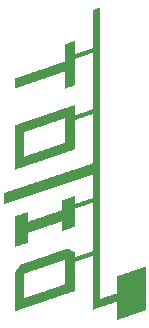
<source format=gbo>
G04*
G04 #@! TF.GenerationSoftware,Altium Limited,Altium Designer,25.4.2 (15)*
G04*
G04 Layer_Color=32896*
%FSLAX44Y44*%
%MOMM*%
G71*
G04*
G04 #@! TF.SameCoordinates,86A534FD-2627-434A-ABAE-2921FC8DE175*
G04*
G04*
G04 #@! TF.FilePolarity,Positive*
G04*
G01*
G75*
G36*
X320840Y555139D02*
Y554891D01*
X320593D01*
X320345D01*
X320098D01*
Y554644D01*
X319850D01*
X319602D01*
X319355D01*
Y554396D01*
X319107D01*
X318860D01*
X318612D01*
Y554149D01*
X318364D01*
X318117D01*
X317869D01*
Y553901D01*
X317622D01*
X317374D01*
X317126D01*
Y553653D01*
X316879D01*
X316631D01*
Y553406D01*
X316384D01*
X316136D01*
X315888D01*
Y553158D01*
X315641D01*
X315393D01*
X315146D01*
Y552911D01*
X314898D01*
X314650D01*
X314403D01*
Y552663D01*
X314155D01*
X313908D01*
X313660D01*
Y552416D01*
X313412D01*
X313165D01*
X312917D01*
Y552168D01*
X312670D01*
X312422D01*
X312175D01*
Y551920D01*
X311927D01*
X311679D01*
X311432D01*
Y551673D01*
X311184D01*
X310937D01*
X310689D01*
Y551425D01*
X310441D01*
X310194D01*
X309946D01*
Y551178D01*
X309699D01*
X309451D01*
Y550930D01*
X309203D01*
X308956D01*
X308708D01*
Y550682D01*
X308461D01*
X308213D01*
X307966D01*
Y550435D01*
X307718D01*
X307470D01*
X307223D01*
Y550187D01*
X306975D01*
X306728D01*
X306480D01*
Y549940D01*
X306232D01*
X305985D01*
X305737D01*
Y549692D01*
X305490D01*
X305242D01*
X304994D01*
Y549444D01*
X304747D01*
X304499D01*
X304252D01*
Y549197D01*
X304004D01*
X303756D01*
X303509D01*
Y548949D01*
X303261D01*
X303014D01*
X302766D01*
Y548702D01*
X302518D01*
X302271D01*
Y548454D01*
X302023D01*
X301776D01*
X301528D01*
Y548206D01*
X301280D01*
X301033D01*
X300785D01*
Y547959D01*
X300538D01*
X300290D01*
X300042D01*
Y547711D01*
X299795D01*
X299547D01*
X299300D01*
Y547464D01*
X299052D01*
X298805D01*
X298557D01*
Y547216D01*
X298309D01*
X298062D01*
X297814D01*
Y546968D01*
X297567D01*
X297319D01*
X297071D01*
Y546721D01*
X296824D01*
X296576D01*
Y532360D01*
X296329D01*
Y532113D01*
X296081D01*
X295833D01*
X295586D01*
Y531865D01*
X295338D01*
X295091D01*
X294843D01*
Y531618D01*
X294596D01*
X294348D01*
X294100D01*
Y531370D01*
X293853D01*
X293605D01*
X293358D01*
Y531123D01*
X293110D01*
X292862D01*
X292615D01*
Y530875D01*
X292367D01*
X292120D01*
X291872D01*
Y530627D01*
X291624D01*
X291377D01*
X291129D01*
Y530380D01*
X290882D01*
X290634D01*
X290386D01*
Y530132D01*
X290139D01*
X289891D01*
X289644D01*
Y529885D01*
X289396D01*
X289149D01*
X288901D01*
Y529637D01*
X288653D01*
X288406D01*
X288158D01*
Y529389D01*
X287910D01*
X287663D01*
X287415D01*
Y529142D01*
X287168D01*
X286920D01*
X286673D01*
Y528894D01*
X286425D01*
X286177D01*
X285930D01*
Y528647D01*
X285682D01*
X285435D01*
X285187D01*
Y528399D01*
X284939D01*
X284692D01*
X284444D01*
Y528152D01*
X284197D01*
X283949D01*
X283701D01*
Y527904D01*
X283454D01*
X283206D01*
X282959D01*
Y527656D01*
X282711D01*
X282463D01*
X282216D01*
Y774506D01*
X281968D01*
Y774258D01*
X281721D01*
X281473D01*
X281225D01*
Y774011D01*
X281473D01*
Y773763D01*
X281225D01*
Y774011D01*
X280978D01*
X280730D01*
Y773763D01*
X280483D01*
X280235D01*
X279988D01*
Y773515D01*
X279740D01*
X279492D01*
Y773268D01*
X279245D01*
X278997D01*
X278750D01*
Y773020D01*
X278502D01*
X278254D01*
Y772773D01*
X278007D01*
X277759D01*
X277512D01*
Y772525D01*
X277264D01*
X277016D01*
X276769D01*
Y772278D01*
X276521D01*
X276274D01*
Y739843D01*
X276026D01*
X275779D01*
X275531D01*
Y739595D01*
X275283D01*
X275036D01*
X274788D01*
Y739348D01*
X274541D01*
X274293D01*
Y739100D01*
X274045D01*
X273798D01*
X273550D01*
Y738853D01*
X273303D01*
X273055D01*
X272807D01*
Y738605D01*
X272560D01*
X272312D01*
X272065D01*
Y738357D01*
X271817D01*
X271569D01*
X271322D01*
Y738110D01*
X271074D01*
X270827D01*
X270579D01*
Y737862D01*
X270331D01*
X270084D01*
X269836D01*
Y737615D01*
X269589D01*
X269341D01*
X269093D01*
Y737367D01*
X268846D01*
X268598D01*
X268351D01*
Y737119D01*
X268103D01*
X267855D01*
X267608D01*
Y736872D01*
X267360D01*
X267113D01*
X266865D01*
Y736624D01*
X266618D01*
X266370D01*
X266122D01*
Y736377D01*
X265875D01*
X265627D01*
X265380D01*
Y736129D01*
X265132D01*
X264884D01*
X264637D01*
Y735882D01*
X264389D01*
X264142D01*
X263894D01*
Y735634D01*
X263647D01*
X263399D01*
X263151D01*
Y735386D01*
X262904D01*
X262656D01*
X262409D01*
Y735139D01*
X262161D01*
X261913D01*
X261666D01*
Y734891D01*
X261418D01*
X261171D01*
X260923D01*
Y734643D01*
X260675D01*
Y745785D01*
X260428D01*
X260180D01*
X259933D01*
Y745538D01*
X259685D01*
X259437D01*
X259190D01*
Y745290D01*
X258942D01*
X258695D01*
X258447D01*
Y745042D01*
X258199D01*
X257952D01*
X257704D01*
Y744795D01*
X257457D01*
X257209D01*
X256961D01*
Y744547D01*
X256714D01*
X256466D01*
Y744300D01*
X256219D01*
X255971D01*
X255723D01*
Y744052D01*
X255476D01*
X255228D01*
X254981D01*
Y743804D01*
X254733D01*
X254485D01*
X254238D01*
Y743557D01*
X253990D01*
X253743D01*
X253495D01*
Y743309D01*
X253248D01*
X253000D01*
X252752D01*
Y743062D01*
X252505D01*
Y728454D01*
X252257D01*
X252010D01*
X251762D01*
Y728206D01*
X251514D01*
X251267D01*
X251019D01*
Y727959D01*
X250772D01*
X250524D01*
X250277D01*
Y727711D01*
X250029D01*
X249781D01*
X249534D01*
Y727463D01*
X249286D01*
X249039D01*
X248791D01*
Y727216D01*
X248543D01*
X248296D01*
X248048D01*
Y726968D01*
X247801D01*
X247553D01*
Y726721D01*
X247305D01*
X247058D01*
X246810D01*
Y726473D01*
X246563D01*
X246315D01*
X246067D01*
Y726225D01*
X245820D01*
X245572D01*
X245325D01*
Y725978D01*
X245077D01*
X244829D01*
X244582D01*
Y725730D01*
X244334D01*
X244087D01*
X243839D01*
Y725483D01*
X243591D01*
X243344D01*
X243096D01*
Y725235D01*
X242849D01*
X242601D01*
X242353D01*
Y724987D01*
X242106D01*
X241858D01*
X241611D01*
Y724740D01*
X241363D01*
X241115D01*
X240868D01*
Y724492D01*
X240620D01*
X240373D01*
X240125D01*
Y724245D01*
X239878D01*
X239630D01*
X239382D01*
Y723997D01*
X239135D01*
X238887D01*
X238640D01*
Y723749D01*
X238392D01*
X238144D01*
X237897D01*
Y723502D01*
X237649D01*
X237402D01*
X237154D01*
Y723254D01*
X236907D01*
X236659D01*
X236411D01*
Y723007D01*
X236164D01*
X235916D01*
X235669D01*
Y722759D01*
X235421D01*
X235173D01*
Y722512D01*
X234926D01*
X234678D01*
X234431D01*
Y722264D01*
X234183D01*
X233935D01*
X233688D01*
Y722016D01*
X233440D01*
X233193D01*
X232945D01*
Y721769D01*
X232697D01*
X232450D01*
X232202D01*
Y721521D01*
X231955D01*
X231707D01*
X231459D01*
Y721273D01*
X231212D01*
X230964D01*
X230717D01*
Y721026D01*
X230469D01*
X230222D01*
X229974D01*
Y720778D01*
X229726D01*
X229479D01*
X229231D01*
Y720531D01*
X228983D01*
X228736D01*
X228488D01*
Y720283D01*
X228241D01*
X227993D01*
X227745D01*
Y720036D01*
X227498D01*
X227250D01*
X227003D01*
Y719788D01*
X226755D01*
X226508D01*
X226260D01*
Y719540D01*
X226012D01*
X225765D01*
X225517D01*
Y719293D01*
X225270D01*
X225022D01*
X224774D01*
Y719045D01*
X224527D01*
X224279D01*
X224032D01*
Y718798D01*
X223784D01*
X223536D01*
X223289D01*
Y718550D01*
X223041D01*
X222794D01*
X222546D01*
Y718302D01*
X222299D01*
X222051D01*
Y718055D01*
X221803D01*
X221556D01*
X221308D01*
Y717807D01*
X221061D01*
X220813D01*
X220565D01*
Y717560D01*
X220318D01*
X220070D01*
X219823D01*
Y717312D01*
X219575D01*
X219327D01*
X219080D01*
Y717065D01*
X218832D01*
X218585D01*
X218337D01*
Y716817D01*
X218090D01*
X217842D01*
X217594D01*
Y716569D01*
X217347D01*
X217099D01*
X216852D01*
Y716322D01*
X216604D01*
X216356D01*
X216109D01*
Y716074D01*
X215861D01*
X215613D01*
X215366D01*
Y715826D01*
X215118D01*
X214871D01*
X214623D01*
Y715579D01*
X214376D01*
X214128D01*
X213880D01*
Y715331D01*
X213633D01*
X213385D01*
X213138D01*
Y715084D01*
X212890D01*
X212642D01*
X212395D01*
Y714836D01*
X212147D01*
X211900D01*
X211652D01*
Y714588D01*
X211404D01*
X211157D01*
X210909D01*
Y714341D01*
X210662D01*
X210414D01*
X210166D01*
Y714093D01*
X209919D01*
Y705675D01*
X210166D01*
Y705923D01*
X210414D01*
X210662D01*
X210909D01*
Y706170D01*
X211157D01*
X211404D01*
X211652D01*
Y706418D01*
X211900D01*
X212147D01*
X212395D01*
Y706666D01*
X212642D01*
X212890D01*
X213138D01*
Y706913D01*
X213385D01*
X213633D01*
X213880D01*
Y707161D01*
X214128D01*
X214376D01*
X214623D01*
Y707408D01*
X214871D01*
X215118D01*
X215366D01*
Y707656D01*
X215613D01*
X215861D01*
X216109D01*
Y707904D01*
X216356D01*
X216604D01*
X216852D01*
Y708151D01*
X217099D01*
X217347D01*
X217594D01*
Y708399D01*
X217842D01*
X218090D01*
X218337D01*
Y708646D01*
X218585D01*
X218832D01*
X219080D01*
Y708894D01*
X219327D01*
X219575D01*
X219823D01*
Y709141D01*
X220070D01*
X220318D01*
X220565D01*
Y709389D01*
X220813D01*
X221061D01*
X221308D01*
Y709637D01*
X221556D01*
X221803D01*
X222051D01*
Y709884D01*
X222299D01*
X222546D01*
Y710132D01*
X222794D01*
X223041D01*
X223289D01*
Y710379D01*
X223536D01*
X223784D01*
X224032D01*
Y710627D01*
X224279D01*
X224527D01*
X224774D01*
Y710875D01*
X225022D01*
X225270D01*
X225517D01*
Y711122D01*
X225765D01*
X226012D01*
X226260D01*
Y711370D01*
X226508D01*
X226755D01*
X227003D01*
Y711617D01*
X227250D01*
X227498D01*
X227745D01*
Y711865D01*
X227993D01*
X228241D01*
X228488D01*
Y712113D01*
X228736D01*
X228983D01*
X229231D01*
Y712360D01*
X229479D01*
X229726D01*
X229974D01*
Y712608D01*
X230222D01*
X230469D01*
X230717D01*
Y712855D01*
X230964D01*
X231212D01*
X231459D01*
Y713103D01*
X231707D01*
X231955D01*
X232202D01*
Y713351D01*
X232450D01*
X232697D01*
X232945D01*
Y713598D01*
X233193D01*
X233440D01*
X233688D01*
Y713846D01*
X233935D01*
X234183D01*
X234431D01*
Y714093D01*
X234678D01*
X234926D01*
X235173D01*
Y714341D01*
X235421D01*
X235669D01*
Y714588D01*
X235916D01*
X236164D01*
X236411D01*
Y714836D01*
X236659D01*
X236907D01*
X237154D01*
Y715084D01*
X237402D01*
X237649D01*
X237897D01*
Y715331D01*
X238144D01*
X238392D01*
X238640D01*
Y715579D01*
X238887D01*
X239135D01*
X239382D01*
Y715826D01*
X239630D01*
X239878D01*
X240125D01*
Y716074D01*
X240373D01*
X240620D01*
X240868D01*
Y716322D01*
X241115D01*
X241363D01*
X241611D01*
Y716569D01*
X241858D01*
X242106D01*
X242353D01*
Y716817D01*
X242601D01*
X242849D01*
X243096D01*
Y717065D01*
X243344D01*
X243591D01*
X243839D01*
Y717312D01*
X244087D01*
X244334D01*
X244582D01*
Y717560D01*
X244829D01*
X245077D01*
X245325D01*
Y717807D01*
X245572D01*
X245820D01*
X246067D01*
Y718055D01*
X246315D01*
X246563D01*
X246810D01*
Y718302D01*
X247058D01*
X247305D01*
X247553D01*
Y718550D01*
X247801D01*
X248048D01*
Y718798D01*
X248296D01*
X248543D01*
X248791D01*
Y719045D01*
X249039D01*
X249286D01*
X249534D01*
Y719293D01*
X249781D01*
X250029D01*
X250277D01*
Y719540D01*
X250524D01*
X250772D01*
X251019D01*
Y719788D01*
X251267D01*
X251514D01*
X251762D01*
Y720036D01*
X252010D01*
X252257D01*
X252505D01*
Y705675D01*
X252752D01*
X253000D01*
Y705923D01*
X253248D01*
X253495D01*
X253743D01*
Y706170D01*
X253990D01*
X254238D01*
X254485D01*
Y706418D01*
X254733D01*
X254981D01*
X255228D01*
Y706666D01*
X255476D01*
X255723D01*
X255971D01*
Y706913D01*
X256219D01*
X256466D01*
X256714D01*
Y707161D01*
X256961D01*
X257209D01*
X257457D01*
Y707408D01*
X257704D01*
X257952D01*
X258199D01*
Y707656D01*
X258447D01*
X258695D01*
X258942D01*
Y707904D01*
X259190D01*
X259437D01*
X259685D01*
Y708151D01*
X259933D01*
X260180D01*
X260428D01*
Y708399D01*
X260675D01*
Y730930D01*
X260923D01*
X261171D01*
X261418D01*
Y731177D01*
X261666D01*
X261913D01*
X262161D01*
Y731425D01*
X262409D01*
X262656D01*
X262904D01*
Y731672D01*
X263151D01*
X263399D01*
X263647D01*
Y731920D01*
X263894D01*
X264142D01*
X264389D01*
Y732168D01*
X264637D01*
X264884D01*
X265132D01*
Y732415D01*
X265380D01*
X265627D01*
X265875D01*
Y732663D01*
X266122D01*
X266370D01*
X266618D01*
Y732910D01*
X266865D01*
X267113D01*
X267360D01*
Y733158D01*
X267608D01*
X267855D01*
X268103D01*
Y733406D01*
X268351D01*
X268598D01*
X268846D01*
Y733653D01*
X269093D01*
X269341D01*
X269589D01*
Y733901D01*
X269836D01*
X270084D01*
X270331D01*
Y734148D01*
X270579D01*
X270827D01*
X271074D01*
Y734396D01*
X271322D01*
X271569D01*
X271817D01*
Y734643D01*
X272065D01*
X272312D01*
X272560D01*
Y734891D01*
X272807D01*
X273055D01*
X273303D01*
Y735139D01*
X273550D01*
X273798D01*
X274045D01*
Y735386D01*
X274293D01*
X274541D01*
X274788D01*
Y735634D01*
X275036D01*
X275283D01*
X275531D01*
Y735882D01*
X275779D01*
X276026D01*
X276274D01*
Y688096D01*
X276026D01*
X275779D01*
Y687849D01*
X275531D01*
X275283D01*
X275036D01*
Y687601D01*
X274788D01*
X274541D01*
X274293D01*
Y687353D01*
X274045D01*
X273798D01*
Y687106D01*
X273550D01*
X273303D01*
X273055D01*
Y686858D01*
X272807D01*
X272560D01*
X272312D01*
Y686611D01*
X272065D01*
X271817D01*
X271569D01*
Y686363D01*
X271322D01*
X271074D01*
X270827D01*
Y686115D01*
X270579D01*
X270331D01*
X270084D01*
Y685868D01*
X269836D01*
X269589D01*
X269341D01*
Y685620D01*
X269093D01*
X268846D01*
X268598D01*
Y685373D01*
X268351D01*
X268103D01*
X267855D01*
Y685125D01*
X267608D01*
X267360D01*
X267113D01*
Y684877D01*
X266865D01*
X266618D01*
X266370D01*
Y684630D01*
X266122D01*
X265875D01*
X265627D01*
Y684382D01*
X265380D01*
X265132D01*
X264884D01*
Y684135D01*
X264637D01*
X264389D01*
X264142D01*
Y683887D01*
X263894D01*
X263647D01*
X263399D01*
Y683640D01*
X263151D01*
X262904D01*
X262656D01*
Y683392D01*
X262409D01*
X262161D01*
X261913D01*
Y683144D01*
X261666D01*
X261418D01*
X261171D01*
Y682897D01*
X260923D01*
X260675D01*
Y691810D01*
X260428D01*
Y691562D01*
X260180D01*
X259933D01*
Y691315D01*
X259685D01*
X259437D01*
X259190D01*
Y691067D01*
X258942D01*
X258695D01*
X258447D01*
Y690820D01*
X258199D01*
X257952D01*
X257704D01*
Y690572D01*
X257457D01*
X257209D01*
X256961D01*
Y690324D01*
X256714D01*
X256466D01*
X256219D01*
Y690077D01*
X255971D01*
X255723D01*
X255476D01*
Y689829D01*
X255228D01*
X254981D01*
X254733D01*
Y689582D01*
X254485D01*
X254238D01*
X253990D01*
Y689334D01*
X253743D01*
X253495D01*
X253248D01*
Y689087D01*
X253000D01*
X252752D01*
X252505D01*
Y688839D01*
X252257D01*
X252010D01*
X251762D01*
Y688591D01*
X251514D01*
X251267D01*
X251019D01*
Y688344D01*
X250772D01*
X250524D01*
X250277D01*
Y688096D01*
X250029D01*
X249781D01*
X249534D01*
Y687849D01*
X249286D01*
X249039D01*
X248791D01*
Y687601D01*
X248543D01*
X248296D01*
X248048D01*
Y687353D01*
X247801D01*
X247553D01*
Y687106D01*
X247305D01*
X247058D01*
X246810D01*
Y686858D01*
X246563D01*
X246315D01*
X246067D01*
Y686611D01*
X245820D01*
X245572D01*
X245325D01*
Y686363D01*
X245077D01*
X244829D01*
X244582D01*
Y686115D01*
X244334D01*
X244087D01*
X243839D01*
Y685868D01*
X243591D01*
X243344D01*
X243096D01*
Y685620D01*
X242849D01*
X242601D01*
X242353D01*
Y685373D01*
X242106D01*
X241858D01*
X241611D01*
Y685125D01*
X241363D01*
X241115D01*
X240868D01*
Y684877D01*
X240620D01*
X240373D01*
X240125D01*
Y684630D01*
X239878D01*
X239630D01*
X239382D01*
Y684382D01*
X239135D01*
X238887D01*
X238640D01*
Y684135D01*
X238392D01*
X238144D01*
X237897D01*
Y683887D01*
X237649D01*
X237402D01*
X237154D01*
Y683640D01*
X236907D01*
X236659D01*
X236411D01*
Y683392D01*
X236164D01*
X235916D01*
X235669D01*
Y683144D01*
X235421D01*
X235173D01*
Y682897D01*
X234926D01*
X234678D01*
X234431D01*
Y682649D01*
X234183D01*
X233935D01*
X233688D01*
Y682402D01*
X233440D01*
X233193D01*
X232945D01*
Y682154D01*
X232697D01*
X232450D01*
X232202D01*
Y681906D01*
X231955D01*
X231707D01*
X231459D01*
Y681659D01*
X231212D01*
X230964D01*
X230717D01*
Y681411D01*
X230469D01*
X230222D01*
X229974D01*
Y681164D01*
X229726D01*
X229479D01*
X229231D01*
Y680916D01*
X228983D01*
X228736D01*
X228488D01*
Y680668D01*
X228241D01*
X227993D01*
X227745D01*
Y680421D01*
X227498D01*
X227250D01*
X227003D01*
Y680173D01*
X226755D01*
X226508D01*
X226260D01*
Y679926D01*
X226012D01*
X225765D01*
X225517D01*
Y679678D01*
X225270D01*
X225022D01*
X224774D01*
Y679430D01*
X224527D01*
X224279D01*
X224032D01*
Y679183D01*
X223784D01*
X223536D01*
X223289D01*
Y678935D01*
X223041D01*
X222794D01*
X222546D01*
Y678688D01*
X222299D01*
X222051D01*
Y678440D01*
X221803D01*
X221556D01*
X221308D01*
Y678192D01*
X221061D01*
X220813D01*
X220565D01*
Y677945D01*
X220318D01*
X220070D01*
X219823D01*
Y677697D01*
X219575D01*
X219327D01*
X219080D01*
Y677450D01*
X218832D01*
X218585D01*
X218337D01*
Y677202D01*
X218090D01*
X217842D01*
X217594D01*
Y676954D01*
X217347D01*
X217099D01*
X216852D01*
Y676707D01*
X216604D01*
X216356D01*
X216109D01*
Y676459D01*
X215861D01*
X215613D01*
X215366D01*
Y676212D01*
X215118D01*
X214871D01*
X214623D01*
Y675964D01*
X214376D01*
X214128D01*
X213880D01*
Y675716D01*
X213633D01*
X213385D01*
X213138D01*
Y675469D01*
X212890D01*
X212642D01*
X212395D01*
Y675221D01*
X212147D01*
X211900D01*
X211652D01*
Y674974D01*
X211404D01*
X211157D01*
X210909D01*
Y674726D01*
X210662D01*
X210414D01*
X210166D01*
Y674479D01*
X209919D01*
Y636844D01*
X210166D01*
Y637092D01*
X210414D01*
X210662D01*
X210909D01*
Y637340D01*
X211157D01*
X211404D01*
X211652D01*
Y637587D01*
X211900D01*
X212147D01*
X212395D01*
Y637835D01*
X212642D01*
X212890D01*
X213138D01*
Y638083D01*
X213385D01*
X213633D01*
X213880D01*
Y638330D01*
X214128D01*
X214376D01*
X214623D01*
Y638578D01*
X214871D01*
X215118D01*
X215366D01*
Y638825D01*
X215613D01*
X215861D01*
X216109D01*
Y639073D01*
X216356D01*
X216604D01*
X216852D01*
Y639320D01*
X217099D01*
X217347D01*
X217594D01*
Y639568D01*
X217842D01*
X218090D01*
X218337D01*
Y639816D01*
X218585D01*
X218832D01*
X219080D01*
Y640063D01*
X219327D01*
X219575D01*
X219823D01*
Y640311D01*
X220070D01*
X220318D01*
X220565D01*
Y640558D01*
X220813D01*
X221061D01*
X221308D01*
Y640806D01*
X221556D01*
X221803D01*
X222051D01*
Y641054D01*
X222299D01*
X222546D01*
Y641301D01*
X222794D01*
X223041D01*
X223289D01*
Y641549D01*
X223536D01*
X223784D01*
X224032D01*
Y641796D01*
X224279D01*
X224527D01*
X224774D01*
Y642044D01*
X225022D01*
X225270D01*
X225517D01*
Y642292D01*
X225765D01*
X226012D01*
X226260D01*
Y642539D01*
X226508D01*
X226755D01*
X227003D01*
Y642787D01*
X227250D01*
X227498D01*
X227745D01*
Y643034D01*
X227993D01*
X228241D01*
X228488D01*
Y643282D01*
X228736D01*
X228983D01*
X229231D01*
Y643530D01*
X229479D01*
X229726D01*
X229974D01*
Y643777D01*
X230222D01*
X230469D01*
X230717D01*
Y644025D01*
X230964D01*
X231212D01*
X231459D01*
Y644272D01*
X231707D01*
X231955D01*
X232202D01*
Y644520D01*
X232450D01*
X232697D01*
X232945D01*
Y644768D01*
X233193D01*
X233440D01*
X233688D01*
Y645015D01*
X233935D01*
X234183D01*
X234431D01*
Y645263D01*
X234678D01*
X234926D01*
X235173D01*
Y645510D01*
X235421D01*
X235669D01*
Y645758D01*
X235916D01*
X236164D01*
X236411D01*
Y646005D01*
X236659D01*
X236907D01*
X237154D01*
Y646253D01*
X237402D01*
X237649D01*
X237897D01*
Y646501D01*
X238144D01*
X238392D01*
X238640D01*
Y646748D01*
X238887D01*
X239135D01*
X239382D01*
Y646996D01*
X239630D01*
X239878D01*
X240125D01*
Y647243D01*
X240373D01*
X240620D01*
X240868D01*
Y647491D01*
X241115D01*
X241363D01*
X241611D01*
Y647739D01*
X241858D01*
X242106D01*
X242353D01*
Y647986D01*
X242601D01*
X242849D01*
X243096D01*
Y648234D01*
X243344D01*
X243591D01*
X243839D01*
Y648481D01*
X244087D01*
X244334D01*
X244582D01*
Y648729D01*
X244829D01*
X245077D01*
X245325D01*
Y648977D01*
X245572D01*
X245820D01*
X246067D01*
Y649224D01*
X246315D01*
X246563D01*
X246810D01*
Y649472D01*
X247058D01*
X247305D01*
X247553D01*
Y649719D01*
X247801D01*
X248048D01*
Y649967D01*
X248296D01*
X248543D01*
X248791D01*
Y650214D01*
X249039D01*
X249286D01*
X249534D01*
Y650462D01*
X249781D01*
X250029D01*
X250277D01*
Y650710D01*
X250524D01*
X250772D01*
X251019D01*
Y650957D01*
X251267D01*
X251514D01*
X251762D01*
Y651205D01*
X252010D01*
X252257D01*
X252505D01*
Y651452D01*
X252752D01*
X253000D01*
X253248D01*
Y651700D01*
X253495D01*
X253743D01*
X253990D01*
Y651948D01*
X254238D01*
X254485D01*
X254733D01*
Y652195D01*
X254981D01*
X255228D01*
X255476D01*
Y652443D01*
X255723D01*
X255971D01*
X256219D01*
Y652690D01*
X256466D01*
X256714D01*
X256961D01*
Y652938D01*
X257209D01*
X257457D01*
X257704D01*
Y653186D01*
X257952D01*
X258199D01*
X258447D01*
Y653433D01*
X258695D01*
X258942D01*
X259190D01*
Y653681D01*
X259437D01*
X259685D01*
X259933D01*
Y653928D01*
X260180D01*
X260428D01*
Y654176D01*
X260675D01*
Y678935D01*
X260923D01*
Y679183D01*
X261171D01*
X261418D01*
X261666D01*
Y679430D01*
X261913D01*
X262161D01*
X262409D01*
Y679678D01*
X262656D01*
X262904D01*
X263151D01*
Y679926D01*
X263399D01*
X263647D01*
X263894D01*
Y680173D01*
X264142D01*
X264389D01*
X264637D01*
Y680421D01*
X264884D01*
X265132D01*
X265380D01*
Y680668D01*
X265627D01*
X265875D01*
X266122D01*
Y680916D01*
X266370D01*
X266618D01*
X266865D01*
Y681164D01*
X267113D01*
X267360D01*
X267608D01*
Y681411D01*
X267855D01*
X268103D01*
X268351D01*
Y681659D01*
X268598D01*
X268846D01*
X269093D01*
Y681906D01*
X269341D01*
X269589D01*
X269836D01*
Y682154D01*
X270084D01*
X270331D01*
X270579D01*
Y682402D01*
X270827D01*
X271074D01*
X271322D01*
Y682649D01*
X271569D01*
X271817D01*
X272065D01*
Y682897D01*
X272312D01*
X272560D01*
X272807D01*
Y683144D01*
X273055D01*
X273303D01*
X273550D01*
Y683392D01*
X273798D01*
X274045D01*
X274293D01*
Y683640D01*
X274541D01*
X274788D01*
X275036D01*
Y683887D01*
X275283D01*
X275531D01*
X275779D01*
Y684135D01*
X276026D01*
X276274D01*
Y642292D01*
X276026D01*
X275779D01*
Y642044D01*
X275531D01*
X275283D01*
X275036D01*
Y641796D01*
X274788D01*
X274541D01*
X274293D01*
Y641549D01*
X274045D01*
X273798D01*
X273550D01*
Y641301D01*
X273303D01*
X273055D01*
X272807D01*
Y641054D01*
X272560D01*
X272312D01*
X272065D01*
Y640806D01*
X271817D01*
X271569D01*
X271322D01*
Y640558D01*
X271074D01*
X270827D01*
X270579D01*
Y640311D01*
X270331D01*
X270084D01*
X269836D01*
Y640063D01*
X269589D01*
X269341D01*
X269093D01*
Y639816D01*
X268846D01*
X268598D01*
X268351D01*
Y639568D01*
X268103D01*
X267855D01*
X267608D01*
Y639320D01*
X267360D01*
X267113D01*
X266865D01*
Y639073D01*
X266618D01*
X266370D01*
X266122D01*
Y638825D01*
X265875D01*
X265627D01*
X265380D01*
Y638578D01*
X265132D01*
X264884D01*
X264637D01*
Y638330D01*
X264389D01*
X264142D01*
X263894D01*
Y638083D01*
X263647D01*
X263399D01*
X263151D01*
Y637835D01*
X262904D01*
X262656D01*
X262409D01*
Y637587D01*
X262161D01*
X261913D01*
X261666D01*
Y637340D01*
X261418D01*
X261171D01*
X260923D01*
Y637092D01*
X260675D01*
X260428D01*
X260180D01*
Y636844D01*
X259933D01*
X259685D01*
X259437D01*
Y636597D01*
X259190D01*
X258942D01*
X258695D01*
Y636349D01*
X258447D01*
X258199D01*
X257952D01*
Y636102D01*
X257704D01*
X257457D01*
X257209D01*
Y635854D01*
X256961D01*
X256714D01*
X256466D01*
Y635607D01*
X256219D01*
X255971D01*
X255723D01*
Y635359D01*
X255476D01*
X255228D01*
X254981D01*
Y635111D01*
X254733D01*
X254485D01*
X254238D01*
Y634864D01*
X253990D01*
X253743D01*
X253495D01*
Y634616D01*
X253248D01*
X253000D01*
X252752D01*
Y634369D01*
X252505D01*
X252257D01*
X252010D01*
Y634121D01*
X251762D01*
X251514D01*
X251267D01*
Y633873D01*
X251019D01*
X250772D01*
X250524D01*
Y633626D01*
X250277D01*
X250029D01*
X249781D01*
Y633378D01*
X249534D01*
X249286D01*
X249039D01*
Y633131D01*
X248791D01*
X248543D01*
X248296D01*
Y632883D01*
X248048D01*
X247801D01*
X247553D01*
Y632635D01*
X247305D01*
X247058D01*
X246810D01*
Y632388D01*
X246563D01*
X246315D01*
X246067D01*
Y632140D01*
X245820D01*
X245572D01*
X245325D01*
Y631893D01*
X245077D01*
X244829D01*
X244582D01*
Y631645D01*
X244334D01*
X244087D01*
X243839D01*
Y631398D01*
X243591D01*
X243344D01*
X243096D01*
Y631150D01*
X242849D01*
X242601D01*
X242353D01*
Y630902D01*
X242106D01*
X241858D01*
X241611D01*
Y630655D01*
X241363D01*
X241115D01*
X240868D01*
Y630407D01*
X240620D01*
X240373D01*
X240125D01*
Y630159D01*
X239878D01*
X239630D01*
X239382D01*
Y629912D01*
X239135D01*
X238887D01*
X238640D01*
Y629664D01*
X238392D01*
X238144D01*
X237897D01*
Y629417D01*
X237649D01*
X237402D01*
X237154D01*
Y629169D01*
X236907D01*
X236659D01*
X236411D01*
Y628922D01*
X236164D01*
X235916D01*
X235669D01*
Y628674D01*
X235421D01*
X235173D01*
X234926D01*
Y628426D01*
X234678D01*
X234431D01*
X234183D01*
Y628179D01*
X233935D01*
X233688D01*
X233440D01*
Y627931D01*
X233193D01*
X232945D01*
X232697D01*
Y627684D01*
X232450D01*
X232202D01*
X231955D01*
Y627436D01*
X231707D01*
X231459D01*
X231212D01*
Y627188D01*
X230964D01*
X230717D01*
X230469D01*
Y626941D01*
X230222D01*
X229974D01*
X229726D01*
Y626693D01*
X229479D01*
X229231D01*
X228983D01*
Y626446D01*
X228736D01*
X228488D01*
X228241D01*
Y626198D01*
X227993D01*
X227745D01*
X227498D01*
Y625951D01*
X227250D01*
X227003D01*
X226755D01*
Y625703D01*
X226508D01*
X226260D01*
X226012D01*
Y625455D01*
X225765D01*
X225517D01*
X225270D01*
Y625208D01*
X225022D01*
X224774D01*
X224527D01*
Y624960D01*
X224279D01*
X224032D01*
X223784D01*
Y624712D01*
X223536D01*
X223289D01*
X223041D01*
Y624465D01*
X222794D01*
X222546D01*
X222299D01*
Y624217D01*
X222051D01*
X221803D01*
X221556D01*
Y623970D01*
X221308D01*
X221061D01*
X220813D01*
Y623722D01*
X220565D01*
X220318D01*
X220070D01*
Y623475D01*
X219823D01*
X219575D01*
X219327D01*
Y623227D01*
X219080D01*
X218832D01*
X218585D01*
Y622979D01*
X218337D01*
X218090D01*
X217842D01*
Y622732D01*
X217594D01*
X217347D01*
X217099D01*
Y622484D01*
X216852D01*
X216604D01*
X216356D01*
Y622237D01*
X216109D01*
X215861D01*
X215613D01*
Y621989D01*
X215366D01*
X215118D01*
X214871D01*
Y621741D01*
X214623D01*
X214376D01*
X214128D01*
Y621494D01*
X213880D01*
X213633D01*
X213385D01*
Y621246D01*
X213138D01*
X212890D01*
X212642D01*
Y620999D01*
X212395D01*
X212147D01*
X211900D01*
Y620751D01*
X211652D01*
X211404D01*
X211157D01*
Y620503D01*
X210909D01*
X210662D01*
X210414D01*
Y620256D01*
X210166D01*
X209919D01*
X209671D01*
Y620008D01*
X209424D01*
X209176D01*
X208929D01*
Y619761D01*
X208681D01*
X208433D01*
X208186D01*
Y619513D01*
X207938D01*
X207691D01*
X207443D01*
Y619266D01*
X207195D01*
X206948D01*
X206700D01*
Y619018D01*
X206453D01*
X206205D01*
X205957D01*
Y618770D01*
X205710D01*
X205462D01*
X205215D01*
Y618523D01*
X204967D01*
X204720D01*
X204472D01*
Y618275D01*
X204224D01*
X203977D01*
X203729D01*
Y618027D01*
X203482D01*
X203234D01*
X202986D01*
Y617780D01*
X202739D01*
X202491D01*
X202243D01*
Y617532D01*
X201996D01*
X201748D01*
X201501D01*
Y617285D01*
X201253D01*
X201006D01*
X200758D01*
Y617037D01*
X200510D01*
Y607629D01*
X200758D01*
Y607876D01*
X201006D01*
X201253D01*
X201501D01*
Y608124D01*
X201748D01*
X201996D01*
X202243D01*
Y608371D01*
X202491D01*
X202739D01*
X202986D01*
Y608619D01*
X203234D01*
X203482D01*
X203729D01*
Y608867D01*
X203977D01*
X204224D01*
X204472D01*
Y609114D01*
X204720D01*
X204967D01*
X205215D01*
Y609362D01*
X205462D01*
X205710D01*
X205957D01*
Y609609D01*
X206205D01*
X206453D01*
X206700D01*
Y609857D01*
X206948D01*
X207195D01*
X207443D01*
Y610104D01*
X207691D01*
X207938D01*
X208186D01*
Y610352D01*
X208433D01*
X208681D01*
X208929D01*
Y610600D01*
X209176D01*
X209424D01*
X209671D01*
Y610847D01*
X209919D01*
X210166D01*
X210414D01*
Y611095D01*
X210662D01*
X210909D01*
X211157D01*
Y611343D01*
X211404D01*
X211652D01*
X211900D01*
Y611590D01*
X212147D01*
X212395D01*
X212642D01*
Y611838D01*
X212890D01*
X213138D01*
X213385D01*
Y612085D01*
X213633D01*
X213880D01*
X214128D01*
Y612333D01*
X214376D01*
X214623D01*
X214871D01*
Y612580D01*
X215118D01*
X215366D01*
X215613D01*
Y612828D01*
X215861D01*
X216109D01*
X216356D01*
Y613076D01*
X216604D01*
X216852D01*
X217099D01*
Y613323D01*
X217347D01*
X217594D01*
X217842D01*
Y613571D01*
X218090D01*
X218337D01*
X218585D01*
Y613818D01*
X218832D01*
X219080D01*
X219327D01*
Y614066D01*
X219575D01*
X219823D01*
X220070D01*
Y614314D01*
X220318D01*
X220565D01*
X220813D01*
Y614561D01*
X221061D01*
X221308D01*
X221556D01*
Y614809D01*
X221803D01*
X222051D01*
X222299D01*
Y615056D01*
X222546D01*
X222794D01*
X223041D01*
Y615304D01*
X223289D01*
X223536D01*
X223784D01*
Y615552D01*
X224032D01*
X224279D01*
X224527D01*
Y615799D01*
X224774D01*
X225022D01*
X225270D01*
Y616047D01*
X225517D01*
X225765D01*
X226012D01*
Y616294D01*
X226260D01*
X226508D01*
X226755D01*
Y616542D01*
X227003D01*
X227250D01*
X227498D01*
Y616790D01*
X227745D01*
X227993D01*
X228241D01*
Y617037D01*
X228488D01*
X228736D01*
X228983D01*
Y617285D01*
X229231D01*
X229479D01*
X229726D01*
Y617532D01*
X229974D01*
X230222D01*
X230469D01*
Y617780D01*
X230717D01*
X230964D01*
X231212D01*
Y618027D01*
X231459D01*
X231707D01*
X231955D01*
Y618275D01*
X232202D01*
X232450D01*
X232697D01*
Y618523D01*
X232945D01*
X233193D01*
X233440D01*
Y618770D01*
X233688D01*
X233935D01*
X234183D01*
Y619018D01*
X234431D01*
X234678D01*
X234926D01*
Y619266D01*
X235173D01*
X235421D01*
X235669D01*
Y619513D01*
X235916D01*
X236164D01*
X236411D01*
Y619761D01*
X236659D01*
X236907D01*
X237154D01*
Y620008D01*
X237402D01*
X237649D01*
X237897D01*
Y620256D01*
X238144D01*
X238392D01*
X238640D01*
Y620503D01*
X238887D01*
X239135D01*
X239382D01*
Y620751D01*
X239630D01*
X239878D01*
X240125D01*
Y620999D01*
X240373D01*
X240620D01*
X240868D01*
Y621246D01*
X241115D01*
X241363D01*
X241611D01*
Y621494D01*
X241858D01*
X242106D01*
X242353D01*
Y621741D01*
X242601D01*
X242849D01*
X243096D01*
Y621989D01*
X243344D01*
X243591D01*
X243839D01*
Y622237D01*
X244087D01*
X244334D01*
X244582D01*
Y622484D01*
X244829D01*
X245077D01*
X245325D01*
Y622732D01*
X245572D01*
X245820D01*
X246067D01*
Y622979D01*
X246315D01*
X246563D01*
X246810D01*
Y623227D01*
X247058D01*
X247305D01*
X247553D01*
Y623475D01*
X247801D01*
X248048D01*
X248296D01*
Y623722D01*
X248543D01*
X248791D01*
X249039D01*
Y623970D01*
X249286D01*
X249534D01*
X249781D01*
Y624217D01*
X250029D01*
X250277D01*
X250524D01*
Y624465D01*
X250772D01*
X251019D01*
X251267D01*
Y624712D01*
X251514D01*
X251762D01*
X252010D01*
Y624960D01*
X252257D01*
X252505D01*
X252752D01*
Y625208D01*
X253000D01*
X253248D01*
X253495D01*
Y625455D01*
X253743D01*
X253990D01*
X254238D01*
Y625703D01*
X254485D01*
X254733D01*
X254981D01*
Y625951D01*
X255228D01*
X255476D01*
X255723D01*
Y626198D01*
X255971D01*
X256219D01*
X256466D01*
Y626446D01*
X256714D01*
X256961D01*
X257209D01*
Y626693D01*
X257457D01*
X257704D01*
X257952D01*
Y626941D01*
X258199D01*
X258447D01*
X258695D01*
Y627188D01*
X258942D01*
X259190D01*
X259437D01*
Y627436D01*
X259685D01*
X259933D01*
X260180D01*
Y627684D01*
X260428D01*
X260675D01*
X260923D01*
Y627931D01*
X261171D01*
X261418D01*
X261666D01*
Y628179D01*
X261913D01*
X262161D01*
X262409D01*
Y628426D01*
X262656D01*
X262904D01*
X263151D01*
Y628674D01*
X263399D01*
X263647D01*
X263894D01*
Y628922D01*
X264142D01*
X264389D01*
X264637D01*
Y629169D01*
X264884D01*
X265132D01*
X265380D01*
Y629417D01*
X265627D01*
X265875D01*
X266122D01*
Y629664D01*
X266370D01*
X266618D01*
X266865D01*
Y629912D01*
X267113D01*
X267360D01*
X267608D01*
Y630159D01*
X267855D01*
X268103D01*
X268351D01*
Y630407D01*
X268598D01*
X268846D01*
X269093D01*
Y630655D01*
X269341D01*
X269589D01*
X269836D01*
Y630902D01*
X270084D01*
X270331D01*
X270579D01*
Y631150D01*
X270827D01*
X271074D01*
X271322D01*
Y631398D01*
X271569D01*
X271817D01*
X272065D01*
Y631645D01*
X272312D01*
X272560D01*
X272807D01*
Y631893D01*
X273055D01*
X273303D01*
X273550D01*
Y632140D01*
X273798D01*
X274045D01*
X274293D01*
Y632388D01*
X274541D01*
X274788D01*
X275036D01*
Y632635D01*
X275283D01*
X275531D01*
X275779D01*
Y632883D01*
X276026D01*
X276274D01*
Y613076D01*
X276026D01*
X275779D01*
Y612828D01*
X275531D01*
X275283D01*
X275036D01*
Y612580D01*
X274788D01*
X274541D01*
Y612333D01*
X274293D01*
X274045D01*
X273798D01*
Y612085D01*
X273550D01*
X273303D01*
X273055D01*
Y611838D01*
X272807D01*
X272560D01*
X272312D01*
Y611590D01*
X272065D01*
X271817D01*
X271569D01*
Y611343D01*
X271322D01*
X271074D01*
X270827D01*
Y611095D01*
X270579D01*
X270331D01*
X270084D01*
Y610847D01*
X269836D01*
X269589D01*
X269341D01*
Y610600D01*
X269093D01*
X268846D01*
X268598D01*
Y610352D01*
X268351D01*
X268103D01*
X267855D01*
Y610104D01*
X267608D01*
X267360D01*
X267113D01*
Y609857D01*
X266865D01*
X266618D01*
X266370D01*
Y609609D01*
X266122D01*
X265875D01*
X265627D01*
Y609362D01*
X265380D01*
X265132D01*
X264884D01*
Y609114D01*
X264637D01*
X264389D01*
X264142D01*
Y608867D01*
X263894D01*
X263647D01*
X263399D01*
Y608619D01*
X263151D01*
X262904D01*
X262656D01*
Y608371D01*
X262409D01*
X262161D01*
X261913D01*
Y608124D01*
X261666D01*
X261418D01*
X261171D01*
Y607876D01*
X260923D01*
Y614561D01*
X260675D01*
X260428D01*
Y614314D01*
X260180D01*
X259933D01*
X259685D01*
Y614066D01*
X259437D01*
X259190D01*
X258942D01*
Y613818D01*
X258695D01*
X258447D01*
X258199D01*
Y613571D01*
X257952D01*
X257704D01*
X257457D01*
Y613323D01*
X257209D01*
X256961D01*
X256714D01*
Y613076D01*
X256466D01*
X256219D01*
X255971D01*
Y612828D01*
X255723D01*
X255476D01*
X255228D01*
Y612580D01*
X254981D01*
X254733D01*
X254485D01*
Y612333D01*
X254238D01*
X253990D01*
X253743D01*
Y612085D01*
X253495D01*
X253248D01*
X253000D01*
Y611838D01*
X252752D01*
X252505D01*
X252257D01*
Y611590D01*
X252010D01*
X251762D01*
X251514D01*
Y611343D01*
X251267D01*
X251019D01*
X250772D01*
Y611095D01*
X250524D01*
X250277D01*
X250029D01*
Y602677D01*
X249781D01*
X249534D01*
Y602429D01*
X249286D01*
X249039D01*
X248791D01*
Y602182D01*
X248543D01*
X248296D01*
X248048D01*
Y601934D01*
X247801D01*
X247553D01*
Y601686D01*
X247305D01*
X247058D01*
X246810D01*
Y601439D01*
X246563D01*
X246315D01*
X246067D01*
Y601191D01*
X245820D01*
X245572D01*
X245325D01*
Y600944D01*
X245077D01*
X244829D01*
X244582D01*
Y600696D01*
X244334D01*
X244087D01*
X243839D01*
Y600448D01*
X243591D01*
X243344D01*
X243096D01*
Y600201D01*
X242849D01*
X242601D01*
X242353D01*
Y599953D01*
X242106D01*
X241858D01*
X241611D01*
Y599706D01*
X241363D01*
X241115D01*
X240868D01*
Y599458D01*
X240620D01*
X240373D01*
X240125D01*
Y599211D01*
X239878D01*
X239630D01*
X239382D01*
Y598963D01*
X239135D01*
X238887D01*
X238640D01*
Y598715D01*
X238392D01*
X238144D01*
X237897D01*
Y598468D01*
X237649D01*
X237402D01*
X237154D01*
Y598220D01*
X236907D01*
X236659D01*
X236411D01*
Y597972D01*
X236164D01*
X235916D01*
X235669D01*
Y597725D01*
X235421D01*
X235173D01*
Y597477D01*
X234926D01*
X234678D01*
X234431D01*
Y597230D01*
X234183D01*
X233935D01*
X233688D01*
Y596982D01*
X233440D01*
X233193D01*
X232945D01*
Y596735D01*
X232697D01*
X232450D01*
X232202D01*
Y596487D01*
X231955D01*
X231707D01*
X231459D01*
Y596239D01*
X231212D01*
X230964D01*
X230717D01*
Y595992D01*
X230469D01*
X230222D01*
X229974D01*
Y595744D01*
X229726D01*
X229479D01*
X229231D01*
Y595497D01*
X228983D01*
X228736D01*
X228488D01*
Y595249D01*
X228241D01*
X227993D01*
X227745D01*
Y595001D01*
X227498D01*
X227250D01*
X227003D01*
Y594754D01*
X226755D01*
X226508D01*
X226260D01*
Y594506D01*
X226012D01*
X225765D01*
X225517D01*
Y594259D01*
X225270D01*
X225022D01*
X224774D01*
Y594011D01*
X224527D01*
X224279D01*
X224032D01*
Y593764D01*
X223784D01*
X223536D01*
X223289D01*
Y593516D01*
X223041D01*
X222794D01*
X222546D01*
Y593268D01*
X222299D01*
X222051D01*
Y593021D01*
X221803D01*
X221556D01*
X221308D01*
Y592773D01*
X221061D01*
X220813D01*
Y600944D01*
X220565D01*
X220318D01*
Y600696D01*
X220070D01*
X219823D01*
X219575D01*
Y600448D01*
X219327D01*
X219080D01*
X218832D01*
Y600201D01*
X218585D01*
X218337D01*
X218090D01*
Y599953D01*
X217842D01*
X217594D01*
X217347D01*
Y599706D01*
X217099D01*
X216852D01*
X216604D01*
Y599458D01*
X216356D01*
X216109D01*
X215861D01*
Y599211D01*
X215613D01*
X215366D01*
X215118D01*
Y598963D01*
X214871D01*
X214623D01*
X214376D01*
Y598715D01*
X214128D01*
X213880D01*
X213633D01*
Y598468D01*
X213385D01*
X213138D01*
X212890D01*
Y598220D01*
X212642D01*
X212395D01*
X212147D01*
Y597972D01*
X211900D01*
X211652D01*
X211404D01*
Y597725D01*
X211157D01*
X210909D01*
X210662D01*
Y597477D01*
X210414D01*
X210166D01*
Y597230D01*
X209919D01*
Y571480D01*
X210166D01*
X210414D01*
Y571728D01*
X210662D01*
X210909D01*
X211157D01*
Y571975D01*
X211404D01*
X211652D01*
X211900D01*
Y572223D01*
X212147D01*
X212395D01*
X212642D01*
Y572471D01*
X212890D01*
X213138D01*
X213385D01*
Y572718D01*
X213633D01*
X213880D01*
X214128D01*
Y572966D01*
X214376D01*
X214623D01*
X214871D01*
Y573213D01*
X215118D01*
X215366D01*
X215613D01*
Y573461D01*
X215861D01*
X216109D01*
X216356D01*
Y573708D01*
X216604D01*
X216852D01*
X217099D01*
Y573956D01*
X217347D01*
X217594D01*
X217842D01*
Y574204D01*
X218090D01*
X218337D01*
X218585D01*
Y574451D01*
X218832D01*
X219080D01*
X219327D01*
Y574699D01*
X219575D01*
X219823D01*
X220070D01*
Y574946D01*
X220318D01*
X220565D01*
X220813D01*
Y583365D01*
X221061D01*
X221308D01*
Y583612D01*
X221556D01*
X221803D01*
X222051D01*
Y583860D01*
X222299D01*
X222546D01*
Y584107D01*
X222794D01*
X223041D01*
X223289D01*
Y584355D01*
X223536D01*
X223784D01*
X224032D01*
Y584603D01*
X224279D01*
X224527D01*
X224774D01*
Y584850D01*
X225022D01*
X225270D01*
X225517D01*
Y585098D01*
X225765D01*
X226012D01*
X226260D01*
Y585345D01*
X226508D01*
X226755D01*
X227003D01*
Y585593D01*
X227250D01*
X227498D01*
X227745D01*
Y585840D01*
X227993D01*
X228241D01*
X228488D01*
Y586088D01*
X228736D01*
X228983D01*
X229231D01*
Y586336D01*
X229479D01*
X229726D01*
X229974D01*
Y586583D01*
X230222D01*
X230469D01*
X230717D01*
Y586831D01*
X230964D01*
X231212D01*
X231459D01*
Y587079D01*
X231707D01*
X231955D01*
X232202D01*
Y587326D01*
X232450D01*
X232697D01*
X232945D01*
Y587574D01*
X233193D01*
X233440D01*
X233688D01*
Y587821D01*
X233935D01*
X234183D01*
X234431D01*
Y588069D01*
X234678D01*
X234926D01*
X235173D01*
Y588316D01*
X235421D01*
X235669D01*
Y588564D01*
X235916D01*
X236164D01*
X236411D01*
Y588812D01*
X236659D01*
X236907D01*
X237154D01*
Y589059D01*
X237402D01*
X237649D01*
X237897D01*
Y589307D01*
X238144D01*
X238392D01*
X238640D01*
Y589554D01*
X238887D01*
X239135D01*
X239382D01*
Y589802D01*
X239630D01*
X239878D01*
X240125D01*
Y590050D01*
X240373D01*
X240620D01*
X240868D01*
Y590297D01*
X241115D01*
X241363D01*
X241611D01*
Y590545D01*
X241858D01*
X242106D01*
X242353D01*
Y590792D01*
X242601D01*
X242849D01*
X243096D01*
Y591040D01*
X243344D01*
X243591D01*
X243839D01*
Y591287D01*
X244087D01*
X244334D01*
X244582D01*
Y591535D01*
X244829D01*
X245077D01*
X245325D01*
Y591783D01*
X245572D01*
X245820D01*
X246067D01*
Y592030D01*
X246315D01*
X246563D01*
X246810D01*
Y592278D01*
X247058D01*
X247305D01*
X247553D01*
Y592525D01*
X247801D01*
X248048D01*
Y592773D01*
X248296D01*
X248543D01*
X248791D01*
Y593021D01*
X249039D01*
X249286D01*
X249534D01*
Y593268D01*
X249781D01*
X250029D01*
Y585098D01*
X250277D01*
X250524D01*
Y585345D01*
X250772D01*
X251019D01*
X251267D01*
Y585593D01*
X251514D01*
X251762D01*
X252010D01*
Y585840D01*
X252257D01*
X252505D01*
X252752D01*
Y586088D01*
X253000D01*
X253248D01*
X253495D01*
Y586336D01*
X253743D01*
X253990D01*
X254238D01*
Y586583D01*
X254485D01*
X254733D01*
X254981D01*
Y586831D01*
X255228D01*
X255476D01*
X255723D01*
Y587079D01*
X255971D01*
X256219D01*
X256466D01*
Y587326D01*
X256714D01*
X256961D01*
X257209D01*
Y587574D01*
X257457D01*
X257704D01*
X257952D01*
Y587821D01*
X258199D01*
X258447D01*
X258695D01*
Y588069D01*
X258942D01*
X259190D01*
X259437D01*
Y588316D01*
X259685D01*
X259933D01*
X260180D01*
Y588564D01*
X260428D01*
X260675D01*
Y588812D01*
X260923D01*
Y604162D01*
X261171D01*
X261418D01*
X261666D01*
Y604410D01*
X261913D01*
X262161D01*
X262409D01*
Y604658D01*
X262656D01*
X262904D01*
X263151D01*
Y604905D01*
X263399D01*
X263647D01*
X263894D01*
Y605153D01*
X264142D01*
X264389D01*
X264637D01*
Y605400D01*
X264884D01*
X265132D01*
X265380D01*
Y605648D01*
X265627D01*
X265875D01*
X266122D01*
Y605896D01*
X266370D01*
X266618D01*
X266865D01*
Y606143D01*
X267113D01*
X267360D01*
X267608D01*
Y606391D01*
X267855D01*
X268103D01*
X268351D01*
Y606638D01*
X268598D01*
X268846D01*
X269093D01*
Y606886D01*
X269341D01*
X269589D01*
X269836D01*
Y607133D01*
X270084D01*
X270331D01*
X270579D01*
Y607381D01*
X270827D01*
X271074D01*
X271322D01*
Y607629D01*
X271569D01*
X271817D01*
X272065D01*
Y607876D01*
X272312D01*
X272560D01*
X272807D01*
Y608124D01*
X273055D01*
X273303D01*
X273550D01*
Y608371D01*
X273798D01*
X274045D01*
X274293D01*
Y608619D01*
X274541D01*
X274788D01*
X275036D01*
Y608867D01*
X275283D01*
X275531D01*
X275779D01*
Y609114D01*
X276026D01*
X276274D01*
Y568014D01*
X276026D01*
X275779D01*
Y567766D01*
X275531D01*
X275283D01*
X275036D01*
Y567519D01*
X274788D01*
X274541D01*
X274293D01*
Y567271D01*
X274045D01*
X273798D01*
Y567024D01*
X273550D01*
X273303D01*
X273055D01*
Y566776D01*
X272807D01*
X272560D01*
X272312D01*
Y566528D01*
X272065D01*
X271817D01*
X271569D01*
Y566281D01*
X271322D01*
X271074D01*
X270827D01*
Y566033D01*
X270579D01*
X270331D01*
X270084D01*
Y565785D01*
X269836D01*
X269589D01*
X269341D01*
Y565538D01*
X269093D01*
X268846D01*
X268598D01*
Y565290D01*
X268351D01*
X268103D01*
X267855D01*
Y565043D01*
X267608D01*
X267360D01*
X267113D01*
Y564795D01*
X266865D01*
X266618D01*
X266370D01*
Y564548D01*
X266122D01*
X265875D01*
X265627D01*
Y564300D01*
X265380D01*
X265132D01*
X264884D01*
Y564052D01*
X264637D01*
X264389D01*
X264142D01*
Y563805D01*
X263894D01*
X263647D01*
X263399D01*
Y563557D01*
X263151D01*
X262904D01*
X262656D01*
Y563310D01*
X262409D01*
X262161D01*
X261913D01*
Y563062D01*
X261666D01*
X261418D01*
X261171D01*
Y562814D01*
X260923D01*
X260675D01*
Y567024D01*
X260428D01*
X260180D01*
Y567271D01*
X259933D01*
Y567519D01*
X259685D01*
X259437D01*
Y567766D01*
X259190D01*
Y568014D01*
X258942D01*
X258695D01*
Y568261D01*
X258447D01*
Y568509D01*
X258199D01*
X257952D01*
Y568757D01*
X257704D01*
Y569004D01*
X257457D01*
X257209D01*
Y569252D01*
X256961D01*
Y569499D01*
X256714D01*
X256466D01*
Y569747D01*
X256219D01*
Y569995D01*
X255971D01*
X255723D01*
Y570242D01*
X255476D01*
X255228D01*
X254981D01*
X254733D01*
Y569995D01*
X254485D01*
X254238D01*
X253990D01*
Y569747D01*
X253743D01*
X253495D01*
X253248D01*
Y569499D01*
X253000D01*
X252752D01*
X252505D01*
Y569252D01*
X252257D01*
X252010D01*
X251762D01*
Y569004D01*
X251514D01*
X251267D01*
X251019D01*
Y568757D01*
X250772D01*
X250524D01*
X250277D01*
Y568509D01*
X250029D01*
X249781D01*
X249534D01*
Y568261D01*
X249286D01*
X249039D01*
X248791D01*
Y568014D01*
X248543D01*
X248296D01*
X248048D01*
Y567766D01*
X247801D01*
X247553D01*
Y567519D01*
X247305D01*
X247058D01*
X246810D01*
Y567271D01*
X246563D01*
X246315D01*
X246067D01*
Y567024D01*
X245820D01*
X245572D01*
X245325D01*
Y566776D01*
X245077D01*
X244829D01*
X244582D01*
Y566528D01*
X244334D01*
X244087D01*
X243839D01*
Y566281D01*
X243591D01*
X243344D01*
X243096D01*
Y566033D01*
X242849D01*
X242601D01*
X242353D01*
Y565785D01*
X242106D01*
X241858D01*
X241611D01*
Y565538D01*
X241363D01*
X241115D01*
X240868D01*
Y565290D01*
X240620D01*
X240373D01*
X240125D01*
Y565043D01*
X239878D01*
X239630D01*
X239382D01*
Y564795D01*
X239135D01*
X238887D01*
X238640D01*
Y564548D01*
X238392D01*
X238144D01*
X237897D01*
Y564300D01*
X237649D01*
X237402D01*
X237154D01*
Y564052D01*
X236907D01*
X236659D01*
X236411D01*
Y563805D01*
X236164D01*
X235916D01*
X235669D01*
Y563557D01*
X235421D01*
X235173D01*
Y563310D01*
X234926D01*
X234678D01*
X234431D01*
Y563062D01*
X234183D01*
X233935D01*
X233688D01*
Y562814D01*
X233440D01*
X233193D01*
X232945D01*
Y562567D01*
X232697D01*
X232450D01*
X232202D01*
Y562319D01*
X231955D01*
X231707D01*
X231459D01*
Y562072D01*
X231212D01*
X230964D01*
X230717D01*
Y561824D01*
X230469D01*
X230222D01*
X229974D01*
Y561576D01*
X229726D01*
X229479D01*
X229231D01*
Y561329D01*
X228983D01*
X228736D01*
X228488D01*
Y561081D01*
X228241D01*
X227993D01*
X227745D01*
Y560834D01*
X227498D01*
X227250D01*
X227003D01*
Y560586D01*
X226755D01*
X226508D01*
X226260D01*
Y560339D01*
X226012D01*
X225765D01*
X225517D01*
Y560091D01*
X225270D01*
X225022D01*
X224774D01*
Y559843D01*
X224527D01*
X224279D01*
X224032D01*
Y559596D01*
X223784D01*
X223536D01*
X223289D01*
Y559348D01*
X223041D01*
X222794D01*
X222546D01*
Y559100D01*
X222299D01*
X222051D01*
Y558853D01*
X221803D01*
X221556D01*
X221308D01*
Y558605D01*
X221061D01*
X220813D01*
X220565D01*
Y558358D01*
X220318D01*
X220070D01*
X219823D01*
Y558110D01*
X219575D01*
X219327D01*
X219080D01*
Y557863D01*
X218832D01*
X218585D01*
X218337D01*
Y557615D01*
X218090D01*
X217842D01*
X217594D01*
Y557367D01*
X217347D01*
X217099D01*
X216852D01*
Y557120D01*
X216604D01*
X216356D01*
X216109D01*
Y556872D01*
X215861D01*
X215613D01*
X215366D01*
Y556625D01*
X215118D01*
X214871D01*
X214623D01*
Y556377D01*
X214376D01*
Y555387D01*
X214128D01*
Y555139D01*
X213880D01*
Y554644D01*
X213633D01*
Y554396D01*
X213385D01*
Y554149D01*
X213138D01*
Y553653D01*
X212890D01*
Y553406D01*
X212642D01*
Y553158D01*
X212395D01*
Y552663D01*
X212147D01*
Y552416D01*
X211900D01*
Y552168D01*
X211652D01*
Y551673D01*
X211404D01*
Y551425D01*
X211157D01*
Y551178D01*
X210909D01*
Y550682D01*
X210662D01*
Y550435D01*
X210414D01*
Y550187D01*
X210166D01*
Y549692D01*
X209919D01*
Y517010D01*
X210166D01*
Y517257D01*
X210414D01*
X210662D01*
X210909D01*
Y517505D01*
X211157D01*
X211404D01*
X211652D01*
Y517753D01*
X211900D01*
X212147D01*
X212395D01*
Y518000D01*
X212642D01*
X212890D01*
X213138D01*
Y518248D01*
X213385D01*
X213633D01*
X213880D01*
Y518495D01*
X214128D01*
X214376D01*
X214623D01*
Y518743D01*
X214871D01*
X215118D01*
X215366D01*
Y518991D01*
X215613D01*
X215861D01*
X216109D01*
Y519238D01*
X216356D01*
X216604D01*
X216852D01*
Y519486D01*
X217099D01*
X217347D01*
X217594D01*
Y519733D01*
X217842D01*
X218090D01*
X218337D01*
Y519981D01*
X218585D01*
X218832D01*
X219080D01*
Y520229D01*
X219327D01*
X219575D01*
X219823D01*
Y520476D01*
X220070D01*
X220318D01*
X220565D01*
Y520724D01*
X220813D01*
X221061D01*
X221308D01*
Y520971D01*
X221556D01*
X221803D01*
X222051D01*
Y521219D01*
X222299D01*
X222546D01*
Y521466D01*
X222794D01*
X223041D01*
X223289D01*
Y521714D01*
X223536D01*
X223784D01*
X224032D01*
Y521962D01*
X224279D01*
X224527D01*
X224774D01*
Y522209D01*
X225022D01*
X225270D01*
X225517D01*
Y522457D01*
X225765D01*
X226012D01*
X226260D01*
Y522704D01*
X226508D01*
X226755D01*
X227003D01*
Y522952D01*
X227250D01*
X227498D01*
X227745D01*
Y523200D01*
X227993D01*
X228241D01*
X228488D01*
Y523447D01*
X228736D01*
X228983D01*
X229231D01*
Y523695D01*
X229479D01*
X229726D01*
X229974D01*
Y523942D01*
X230222D01*
X230469D01*
X230717D01*
Y524190D01*
X230964D01*
X231212D01*
X231459D01*
Y524438D01*
X231707D01*
X231955D01*
X232202D01*
Y524685D01*
X232450D01*
X232697D01*
X232945D01*
Y524933D01*
X233193D01*
X233440D01*
X233688D01*
Y525180D01*
X233935D01*
X234183D01*
X234431D01*
Y525428D01*
X234678D01*
X234926D01*
X235173D01*
Y525676D01*
X235421D01*
X235669D01*
Y525923D01*
X235916D01*
X236164D01*
X236411D01*
Y526171D01*
X236659D01*
X236907D01*
X237154D01*
Y526418D01*
X237402D01*
X237649D01*
X237897D01*
Y526666D01*
X238144D01*
X238392D01*
X238640D01*
Y526913D01*
X238887D01*
X239135D01*
X239382D01*
Y527161D01*
X239630D01*
X239878D01*
X240125D01*
Y527409D01*
X240373D01*
X240620D01*
X240868D01*
Y527656D01*
X241115D01*
X241363D01*
X241611D01*
Y527904D01*
X241858D01*
X242106D01*
X242353D01*
Y528152D01*
X242601D01*
X242849D01*
X243096D01*
Y528399D01*
X243344D01*
X243591D01*
X243839D01*
Y528647D01*
X244087D01*
X244334D01*
X244582D01*
Y528894D01*
X244829D01*
X245077D01*
X245325D01*
Y529142D01*
X245572D01*
X245820D01*
X246067D01*
Y529389D01*
X246315D01*
X246563D01*
X246810D01*
Y529637D01*
X247058D01*
X247305D01*
X247553D01*
Y529885D01*
X247801D01*
X248048D01*
Y530132D01*
X248296D01*
X248543D01*
X248791D01*
Y530380D01*
X249039D01*
X249286D01*
X249534D01*
Y530627D01*
X249781D01*
X250029D01*
X250277D01*
Y530875D01*
X250524D01*
X250772D01*
X251019D01*
Y531123D01*
X251267D01*
X251514D01*
X251762D01*
Y531370D01*
X252010D01*
X252257D01*
X252505D01*
Y531618D01*
X252752D01*
X253000D01*
X253248D01*
Y531865D01*
X253495D01*
X253743D01*
X253990D01*
Y532113D01*
X254238D01*
X254485D01*
X254733D01*
Y532360D01*
X254981D01*
X255228D01*
X255476D01*
Y532608D01*
X255723D01*
X255971D01*
X256219D01*
Y532856D01*
X256466D01*
X256714D01*
X256961D01*
Y533103D01*
X257209D01*
X257457D01*
X257704D01*
Y533351D01*
X257952D01*
X258199D01*
X258447D01*
Y533599D01*
X258695D01*
X258942D01*
X259190D01*
Y533846D01*
X259437D01*
X259685D01*
X259933D01*
Y534094D01*
X260180D01*
X260428D01*
Y534341D01*
X260675D01*
Y558853D01*
X260923D01*
Y559100D01*
X261171D01*
X261418D01*
X261666D01*
Y559348D01*
X261913D01*
X262161D01*
X262409D01*
Y559596D01*
X262656D01*
X262904D01*
X263151D01*
Y559843D01*
X263399D01*
X263647D01*
X263894D01*
Y560091D01*
X264142D01*
X264389D01*
X264637D01*
Y560339D01*
X264884D01*
X265132D01*
X265380D01*
Y560586D01*
X265627D01*
X265875D01*
X266122D01*
Y560834D01*
X266370D01*
X266618D01*
X266865D01*
Y561081D01*
X267113D01*
X267360D01*
X267608D01*
Y561329D01*
X267855D01*
X268103D01*
X268351D01*
Y561576D01*
X268598D01*
X268846D01*
X269093D01*
Y561824D01*
X269341D01*
X269589D01*
X269836D01*
Y562072D01*
X270084D01*
X270331D01*
X270579D01*
Y562319D01*
X270827D01*
X271074D01*
X271322D01*
Y562567D01*
X271569D01*
X271817D01*
X272065D01*
Y562814D01*
X272312D01*
X272560D01*
X272807D01*
Y563062D01*
X273055D01*
X273303D01*
X273550D01*
Y563310D01*
X273798D01*
X274045D01*
X274293D01*
Y563557D01*
X274541D01*
X274788D01*
X275036D01*
Y563805D01*
X275283D01*
X275531D01*
X275779D01*
Y564052D01*
X276026D01*
X276274D01*
Y518248D01*
X276521D01*
Y518495D01*
X276769D01*
X277016D01*
Y518743D01*
X277264D01*
X277512D01*
X277759D01*
Y518991D01*
X278007D01*
X278254D01*
Y519238D01*
X278502D01*
X278750D01*
X278997D01*
Y519486D01*
X279245D01*
X279492D01*
X279740D01*
Y519733D01*
X279988D01*
X280235D01*
X280483D01*
Y519981D01*
X280730D01*
X280978D01*
Y520229D01*
X281225D01*
X281473D01*
X281721D01*
Y520476D01*
X281968D01*
X282216D01*
X282463D01*
Y520724D01*
X282711D01*
X282959D01*
X283206D01*
Y520971D01*
X283454D01*
X283701D01*
X283949D01*
Y521219D01*
X284197D01*
X284444D01*
X284692D01*
Y521466D01*
X284939D01*
X285187D01*
X285435D01*
Y521714D01*
X285682D01*
X285930D01*
X286177D01*
Y521962D01*
X286425D01*
X286673D01*
X286920D01*
Y522209D01*
X287168D01*
X287415D01*
X287663D01*
Y522457D01*
X287910D01*
X288158D01*
X288406D01*
Y522704D01*
X288653D01*
X288901D01*
X289149D01*
Y522952D01*
X289396D01*
X289644D01*
X289891D01*
Y523200D01*
X290139D01*
X290386D01*
X290634D01*
Y523447D01*
X290882D01*
X291129D01*
X291377D01*
Y523695D01*
X291624D01*
X291872D01*
X292120D01*
Y523942D01*
X292367D01*
X292615D01*
X292862D01*
Y524190D01*
X293110D01*
X293358D01*
X293605D01*
Y524438D01*
X293853D01*
X294100D01*
X294348D01*
Y524685D01*
X294596D01*
X294843D01*
X295091D01*
Y524933D01*
X295338D01*
X295586D01*
X295833D01*
Y525180D01*
X296081D01*
X296329D01*
X296576D01*
Y509582D01*
X296824D01*
Y509830D01*
X297071D01*
X297319D01*
X297567D01*
Y510077D01*
X297814D01*
X298062D01*
X298309D01*
Y510325D01*
X298557D01*
X298805D01*
X299052D01*
Y510572D01*
X299300D01*
X299547D01*
Y510820D01*
X299795D01*
X300042D01*
X300290D01*
Y511068D01*
X300538D01*
X300785D01*
X301033D01*
Y511315D01*
X301280D01*
X301528D01*
X301776D01*
Y511563D01*
X302023D01*
X302271D01*
X302518D01*
Y511810D01*
X302766D01*
X303014D01*
X303261D01*
Y512058D01*
X303509D01*
X303756D01*
X304004D01*
Y512306D01*
X304252D01*
X304499D01*
X304747D01*
Y512553D01*
X304994D01*
X305242D01*
X305490D01*
Y512801D01*
X305737D01*
X305985D01*
X306232D01*
Y513048D01*
X306480D01*
X306728D01*
Y513296D01*
X306975D01*
X307223D01*
X307470D01*
Y513544D01*
X307718D01*
X307966D01*
X308213D01*
Y513791D01*
X308461D01*
X308708D01*
X308956D01*
Y514039D01*
X309203D01*
X309451D01*
X309699D01*
Y514286D01*
X309946D01*
X310194D01*
X310441D01*
Y514534D01*
X310689D01*
X310937D01*
X311184D01*
Y514781D01*
X311432D01*
X311679D01*
X311927D01*
Y515029D01*
X312175D01*
X312422D01*
X312670D01*
Y515277D01*
X312917D01*
X313165D01*
Y515524D01*
X313412D01*
X313660D01*
X313908D01*
Y515772D01*
X314155D01*
X314403D01*
X314650D01*
Y516019D01*
X314898D01*
X315146D01*
X315393D01*
Y516267D01*
X315641D01*
X315888D01*
X316136D01*
Y516515D01*
X316384D01*
X316631D01*
X316879D01*
Y516762D01*
X317126D01*
X317374D01*
X317622D01*
Y517010D01*
X317869D01*
X318117D01*
X318364D01*
Y517257D01*
X318612D01*
X318860D01*
X319107D01*
Y517505D01*
X319355D01*
X319602D01*
X319850D01*
Y517753D01*
X320098D01*
X320345D01*
Y518000D01*
X320593D01*
X320840D01*
X321088D01*
Y555139D01*
X320840D01*
D02*
G37*
%LPC*%
G36*
X252505Y680421D02*
Y659623D01*
X252257D01*
X252010D01*
X251762D01*
Y659375D01*
X251514D01*
X251267D01*
X251019D01*
Y659128D01*
X250772D01*
X250524D01*
X250277D01*
Y658880D01*
X250029D01*
X249781D01*
X249534D01*
Y658633D01*
X249286D01*
X249039D01*
X248791D01*
Y658385D01*
X248543D01*
X248296D01*
X248048D01*
Y658138D01*
X247801D01*
X247553D01*
Y657890D01*
X247305D01*
X247058D01*
X246810D01*
Y657642D01*
X246563D01*
X246315D01*
X246067D01*
Y657395D01*
X245820D01*
X245572D01*
X245325D01*
Y657147D01*
X245077D01*
X244829D01*
X244582D01*
Y656899D01*
X244334D01*
X244087D01*
X243839D01*
Y656652D01*
X243591D01*
X243344D01*
X243096D01*
Y656404D01*
X242849D01*
X242601D01*
X242353D01*
Y656157D01*
X242106D01*
X241858D01*
X241611D01*
Y655909D01*
X241363D01*
X241115D01*
X240868D01*
Y655662D01*
X240620D01*
X240373D01*
X240125D01*
Y655414D01*
X239878D01*
X239630D01*
X239382D01*
Y655166D01*
X239135D01*
X238887D01*
X238640D01*
Y654919D01*
X238392D01*
X238144D01*
X237897D01*
Y654671D01*
X237649D01*
X237402D01*
X237154D01*
Y654424D01*
X236907D01*
X236659D01*
X236411D01*
Y654176D01*
X236164D01*
X235916D01*
X235669D01*
Y653928D01*
X235421D01*
X235173D01*
Y653681D01*
X234926D01*
X234678D01*
X234431D01*
Y653433D01*
X234183D01*
X233935D01*
X233688D01*
Y653186D01*
X233440D01*
X233193D01*
X232945D01*
Y652938D01*
X232697D01*
X232450D01*
X232202D01*
Y652690D01*
X231955D01*
X231707D01*
X231459D01*
Y652443D01*
X231212D01*
X230964D01*
X230717D01*
Y652195D01*
X230469D01*
X230222D01*
X229974D01*
Y651948D01*
X229726D01*
X229479D01*
X229231D01*
Y651700D01*
X228983D01*
X228736D01*
X228488D01*
Y651452D01*
X228241D01*
X227993D01*
X227745D01*
Y651205D01*
X227498D01*
X227250D01*
X227003D01*
Y650957D01*
X226755D01*
X226508D01*
X226260D01*
Y650710D01*
X226012D01*
X225765D01*
X225517D01*
Y650462D01*
X225270D01*
X225022D01*
X224774D01*
Y650214D01*
X224527D01*
X224279D01*
X224032D01*
Y649967D01*
X223784D01*
X223536D01*
X223289D01*
Y649719D01*
X223041D01*
X222794D01*
X222546D01*
Y649472D01*
X222299D01*
X222051D01*
Y649224D01*
X221803D01*
X221556D01*
X221308D01*
Y648977D01*
X221061D01*
X220813D01*
X220565D01*
Y648729D01*
X220318D01*
X220070D01*
X219823D01*
Y648481D01*
X219575D01*
X219327D01*
X219080D01*
Y648234D01*
X218832D01*
X218585D01*
X218337D01*
Y647986D01*
X218090D01*
Y668784D01*
X218337D01*
Y669032D01*
X218585D01*
X218832D01*
X219080D01*
Y669279D01*
X219327D01*
X219575D01*
X219823D01*
Y669527D01*
X220070D01*
X220318D01*
X220565D01*
Y669774D01*
X220813D01*
X221061D01*
X221308D01*
Y670022D01*
X221556D01*
X221803D01*
X222051D01*
Y670269D01*
X222299D01*
X222546D01*
Y670517D01*
X222794D01*
X223041D01*
X223289D01*
Y670765D01*
X223536D01*
X223784D01*
X224032D01*
Y671012D01*
X224279D01*
X224527D01*
X224774D01*
Y671260D01*
X225022D01*
X225270D01*
X225517D01*
Y671507D01*
X225765D01*
X226012D01*
X226260D01*
Y671755D01*
X226508D01*
X226755D01*
X227003D01*
Y672003D01*
X227250D01*
X227498D01*
X227745D01*
Y672250D01*
X227993D01*
X228241D01*
X228488D01*
Y672498D01*
X228736D01*
X228983D01*
X229231D01*
Y672745D01*
X229479D01*
X229726D01*
X229974D01*
Y672993D01*
X230222D01*
X230469D01*
X230717D01*
Y673241D01*
X230964D01*
X231212D01*
X231459D01*
Y673488D01*
X231707D01*
X231955D01*
X232202D01*
Y673736D01*
X232450D01*
X232697D01*
X232945D01*
Y673983D01*
X233193D01*
X233440D01*
X233688D01*
Y674231D01*
X233935D01*
X234183D01*
X234431D01*
Y674479D01*
X234678D01*
X234926D01*
X235173D01*
Y674726D01*
X235421D01*
X235669D01*
Y674974D01*
X235916D01*
X236164D01*
X236411D01*
Y675221D01*
X236659D01*
X236907D01*
X237154D01*
Y675469D01*
X237402D01*
X237649D01*
X237897D01*
Y675716D01*
X238144D01*
X238392D01*
X238640D01*
Y675964D01*
X238887D01*
X239135D01*
X239382D01*
Y676212D01*
X239630D01*
X239878D01*
X240125D01*
Y676459D01*
X240373D01*
X240620D01*
X240868D01*
Y676707D01*
X241115D01*
X241363D01*
X241611D01*
Y676954D01*
X241858D01*
X242106D01*
X242353D01*
Y677202D01*
X242601D01*
X242849D01*
X243096D01*
Y677450D01*
X243344D01*
X243591D01*
X243839D01*
Y677697D01*
X244087D01*
X244334D01*
X244582D01*
Y677945D01*
X244829D01*
X245077D01*
X245325D01*
Y678192D01*
X245572D01*
X245820D01*
X246067D01*
Y678440D01*
X246315D01*
X246563D01*
X246810D01*
Y678688D01*
X247058D01*
X247305D01*
X247553D01*
Y678935D01*
X247801D01*
X248048D01*
Y679183D01*
X248296D01*
X248543D01*
X248791D01*
Y679430D01*
X249039D01*
X249286D01*
X249534D01*
Y679678D01*
X249781D01*
X250029D01*
X250277D01*
Y679926D01*
X250524D01*
X250772D01*
X251019D01*
Y680173D01*
X251267D01*
X251514D01*
X251762D01*
Y680421D01*
X252010D01*
X252257D01*
X252505D01*
D02*
G37*
G36*
Y560586D02*
Y539788D01*
X252257D01*
X252010D01*
X251762D01*
Y539541D01*
X251514D01*
X251267D01*
X251019D01*
Y539293D01*
X250772D01*
X250524D01*
X250277D01*
Y539045D01*
X250029D01*
X249781D01*
X249534D01*
Y538798D01*
X249286D01*
X249039D01*
X248791D01*
Y538550D01*
X248543D01*
X248296D01*
X248048D01*
Y538303D01*
X247801D01*
X247553D01*
Y538055D01*
X247305D01*
X247058D01*
X246810D01*
Y537808D01*
X246563D01*
X246315D01*
X246067D01*
Y537560D01*
X245820D01*
X245572D01*
X245325D01*
Y537312D01*
X245077D01*
X244829D01*
X244582D01*
Y537065D01*
X244334D01*
X244087D01*
X243839D01*
Y536817D01*
X243591D01*
X243344D01*
X243096D01*
Y536570D01*
X242849D01*
X242601D01*
X242353D01*
Y536322D01*
X242106D01*
X241858D01*
X241611D01*
Y536074D01*
X241363D01*
X241115D01*
X240868D01*
Y535827D01*
X240620D01*
X240373D01*
X240125D01*
Y535579D01*
X239878D01*
X239630D01*
X239382D01*
Y535332D01*
X239135D01*
X238887D01*
X238640D01*
Y535084D01*
X238392D01*
X238144D01*
X237897D01*
Y534837D01*
X237649D01*
X237402D01*
X237154D01*
Y534589D01*
X236907D01*
X236659D01*
X236411D01*
Y534341D01*
X236164D01*
X235916D01*
X235669D01*
Y534094D01*
X235421D01*
X235173D01*
Y533846D01*
X234926D01*
X234678D01*
X234431D01*
Y533599D01*
X234183D01*
X233935D01*
X233688D01*
Y533351D01*
X233440D01*
X233193D01*
X232945D01*
Y533103D01*
X232697D01*
X232450D01*
X232202D01*
Y532856D01*
X231955D01*
X231707D01*
X231459D01*
Y532608D01*
X231212D01*
X230964D01*
X230717D01*
Y532360D01*
X230469D01*
X230222D01*
X229974D01*
Y532113D01*
X229726D01*
X229479D01*
X229231D01*
Y531865D01*
X228983D01*
X228736D01*
X228488D01*
Y531618D01*
X228241D01*
X227993D01*
X227745D01*
Y531370D01*
X227498D01*
X227250D01*
X227003D01*
Y531123D01*
X226755D01*
X226508D01*
X226260D01*
Y530875D01*
X226012D01*
X225765D01*
X225517D01*
Y530627D01*
X225270D01*
X225022D01*
X224774D01*
Y530380D01*
X224527D01*
X224279D01*
X224032D01*
Y530132D01*
X223784D01*
X223536D01*
X223289D01*
Y529885D01*
X223041D01*
X222794D01*
X222546D01*
Y529637D01*
X222299D01*
X222051D01*
Y529389D01*
X221803D01*
X221556D01*
X221308D01*
Y529142D01*
X221061D01*
X220813D01*
X220565D01*
Y528894D01*
X220318D01*
X220070D01*
X219823D01*
Y528647D01*
X219575D01*
X219327D01*
X219080D01*
Y528399D01*
X218832D01*
X218585D01*
X218337D01*
Y528152D01*
X218090D01*
Y548949D01*
X218337D01*
Y549197D01*
X218585D01*
X218832D01*
X219080D01*
Y549444D01*
X219327D01*
X219575D01*
X219823D01*
Y549692D01*
X220070D01*
X220318D01*
X220565D01*
Y549940D01*
X220813D01*
X221061D01*
X221308D01*
Y550187D01*
X221556D01*
X221803D01*
X222051D01*
Y550435D01*
X222299D01*
X222546D01*
Y550682D01*
X222794D01*
X223041D01*
X223289D01*
Y550930D01*
X223536D01*
X223784D01*
X224032D01*
Y551178D01*
X224279D01*
X224527D01*
X224774D01*
Y551425D01*
X225022D01*
X225270D01*
X225517D01*
Y551673D01*
X225765D01*
X226012D01*
X226260D01*
Y551920D01*
X226508D01*
X226755D01*
X227003D01*
Y552168D01*
X227250D01*
X227498D01*
X227745D01*
Y552416D01*
X227993D01*
X228241D01*
X228488D01*
Y552663D01*
X228736D01*
X228983D01*
X229231D01*
Y552911D01*
X229479D01*
X229726D01*
X229974D01*
Y553158D01*
X230222D01*
X230469D01*
X230717D01*
Y553406D01*
X230964D01*
X231212D01*
X231459D01*
Y553653D01*
X231707D01*
X231955D01*
X232202D01*
Y553901D01*
X232450D01*
X232697D01*
X232945D01*
Y554149D01*
X233193D01*
X233440D01*
X233688D01*
Y554396D01*
X233935D01*
X234183D01*
X234431D01*
Y554644D01*
X234678D01*
X234926D01*
X235173D01*
Y554891D01*
X235421D01*
X235669D01*
Y555139D01*
X235916D01*
X236164D01*
X236411D01*
Y555387D01*
X236659D01*
X236907D01*
X237154D01*
Y555634D01*
X237402D01*
X237649D01*
X237897D01*
Y555882D01*
X238144D01*
X238392D01*
X238640D01*
Y556129D01*
X238887D01*
X239135D01*
X239382D01*
Y556377D01*
X239630D01*
X239878D01*
X240125D01*
Y556625D01*
X240373D01*
X240620D01*
X240868D01*
Y556872D01*
X241115D01*
X241363D01*
X241611D01*
Y557120D01*
X241858D01*
X242106D01*
X242353D01*
Y557367D01*
X242601D01*
X242849D01*
X243096D01*
Y557615D01*
X243344D01*
X243591D01*
X243839D01*
Y557863D01*
X244087D01*
X244334D01*
X244582D01*
Y558110D01*
X244829D01*
X245077D01*
X245325D01*
Y558358D01*
X245572D01*
X245820D01*
X246067D01*
Y558605D01*
X246315D01*
X246563D01*
X246810D01*
Y558853D01*
X247058D01*
X247305D01*
X247553D01*
Y559100D01*
X247801D01*
X248048D01*
Y559348D01*
X248296D01*
X248543D01*
X248791D01*
Y559596D01*
X249039D01*
X249286D01*
X249534D01*
Y559843D01*
X249781D01*
X250029D01*
X250277D01*
Y560091D01*
X250524D01*
X250772D01*
X251019D01*
Y560339D01*
X251267D01*
X251514D01*
X251762D01*
Y560586D01*
X252010D01*
X252257D01*
X252505D01*
D02*
G37*
%LPD*%
M02*

</source>
